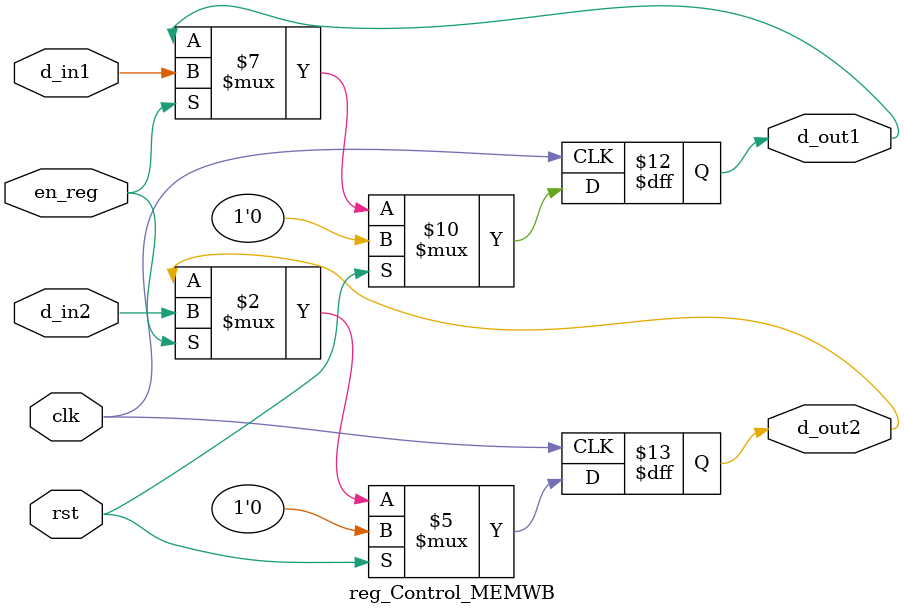
<source format=v>
module reg_Control_MEMWB ( clk, rst, en_reg, d_in1, d_in2, d_out1, d_out2 );
    input clk, rst, en_reg;
    input d_in1, d_in2;
    output reg d_out1, d_out2; 

    always @( posedge clk ) begin
        if ( rst ) begin
			d_out1 <= 1'b0;
			d_out2 <= 1'b0;
		end	
        else if ( en_reg ) begin
			d_out1 <= d_in1;
			d_out2 <= d_in2;
		end	
    end

endmodule
</source>
